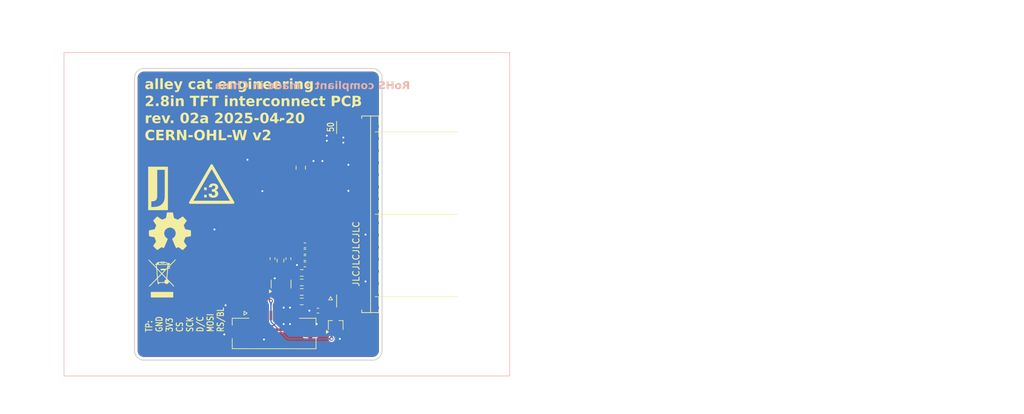
<source format=kicad_pcb>
(kicad_pcb (version 20241229) (generator "pcbnew") (generator_version "9.0")
  (title_block (date "2025-04-20") (rev "2"))
  (layers (0 "F.Cu" signal) (2 "B.Cu" signal) (13 "F.Paste" user) (15 "B.Paste" user) (5 "F.SilkS" user "F.Silkscreen") (7 "B.SilkS" user "B.Silkscreen") (1 "F.Mask" user) (3 "B.Mask" user) (25 "Edge.Cuts" user))
  (net 0 "")
  (net 1 "/RESET")
  (net 2 "/D{slash}C")
  (net 3 "GND")
  (net 4 "+3.3V")
  (net 5 "/SPI_MOSI")
  (net 6 "/SPI_SCK")
  (net 7 "/SPI_CS")
  (net 8 "/TE")
  (net 9 "/IM2")
  (net 10 "/LEDA3")
  (net 11 "/LEDA4")
  (net 12 "/IM0")
  (net 13 "/YU")
  (net 14 "/SPI_MISO")
  (net 15 "/IM3")
  (net 16 "/YD")
  (net 17 "/LEDA2")
  (net 18 "/IM1")
  (net 19 "/XL")
  (net 20 "/LEDA1")
  (net 21 "/RD")
  (net 22 "/XR")
  (net 23 "/LEDK")
  (net 46 "Net-(JP101-A)")
  (net 47 "/RS{slash}BL")
  (footprint "Custom:Jushuo_AFC07-S50ECA-00" (layer "F.Cu") (at 110.2 100 90)
    (property "Reference" "J103" (hide yes))
    (property "Value" "AFC07-S50ECA-00" (hide yes))
  )
  (footprint "Custom:R_0402_1005Metric_bridged" (layer "F.Cu") (at 102.85 105.9)
    (property "Reference" "JP105" (hide yes))
    (property "Value" "SolderJumper_2_Bridged")
  )
  (footprint "Custom:TestPoint_Pad_D1.5mm" (layer "F.Cu") (at 112 81)
    (property "Reference" "TP106" (hide yes))
    (property "Value" "TestPoint_Small")
  )
  (footprint "Custom:TestPoint_Pad_D1.5mm" (layer "F.Cu") (at 112 83)
    (property "Reference" "TP110" (hide yes))
    (property "Value" "TestPoint_Small")
  )
  (footprint "Custom:R_0402_1005Metric_bridged" (layer "F.Cu") (at 100.25 107 90)
    (property "Reference" "JP101" (hide yes))
    (property "Value" "SolderJumper_2_Bridged")
  )
  (footprint "Custom:TestPoint_Pad_D1.5mm" (layer "F.Cu") (at 95.3 113)
    (property "Reference" "TP105" (hide yes))
    (property "Value" "TestPoint_Small")
  )
  (footprint "Custom:TestPoint_Pad_D1.5mm" (layer "F.Cu") (at 91.3 113)
    (property "Reference" "TP102" (hide yes))
    (property "Value" "TestPoint_Small")
  )
  (footprint "Resistor_SMD:R_0402_1005Metric" (layer "F.Cu") (at 104.9 115.2)
    (property "Reference" "JP102" (hide yes))
    (property "Value" "SolderJumper_2_Open")
  )
  (footprint "Custom:TestPoint_Pad_D1.5mm" (layer "F.Cu") (at 105.5 98.5)
    (property "Reference" "TP104" (hide yes))
    (property "Value" "TestPoint_Small")
  )
  (footprint "Custom:TestPoint_Pad_D1.5mm" (layer "F.Cu") (at 96.3 111)
    (property "Reference" "TP103" (hide yes))
    (property "Value" "TestPoint_Small")
  )
  (footprint "Resistor_SMD:R_0603_1608Metric" (layer "F.Cu") (at 102.35 113.75 180)
    (property "Reference" "R105" (hide yes))
    (property "Value" "10")
  )
  (footprint "Capacitor_SMD:C_0805_2012Metric" (layer "F.Cu") (at 102.2 92.649999 90)
    (property "Reference" "C101" (hide yes))
    (property "Value" "10u")
  )
  (footprint "Custom:R_0402_1005Metric_bridged" (layer "F.Cu") (at 102.85 104.9)
    (property "Reference" "JP106" (hide yes))
    (property "Value" "SolderJumper_2_Bridged")
  )
  (footprint "Custom:TestPoint_Pad_D1.5mm" (layer "F.Cu") (at 97.9 89.5)
    (property "Reference" "TP111" (hide yes))
    (property "Value" "TestPoint_Small")
  )
  (footprint "Resistor_SMD:R_0603_1608Metric" (layer "F.Cu") (at 102.35 112.25 180)
    (property "Reference" "R103" (hide yes))
    (property "Value" "10")
  )
  (footprint "Custom:TestPoint_Pad_D1.5mm" (layer "F.Cu") (at 92.3 111)
    (property "Reference" "TP109" (hide yes))
    (property "Value" "TestPoint_Small")
  )
  (footprint "Custom:R_0402_1005Metric_bridged" (layer "F.Cu") (at 102.85 106.9)
    (property "Reference" "JP104" (hide yes))
    (property "Value" "SolderJumper_2_Bridged")
  )
  (footprint "Custom:XYECONN_FPC09-Q1.0-8AH2.0" (layer "F.Cu") (at 98 118.7)
    (property "Reference" "J102" (hide yes))
    (property "Value" "FPC09-Q1.0-8AH2.0")
  )
  (footprint "Custom:TestPoint_Pad_D1.5mm" (layer "F.Cu") (at 97.9 87.5)
    (property "Reference" "TP113" (hide yes))
    (property "Value" "TestPoint_Small")
  )
  (footprint "Custom:TestPoint_Pad_D1.5mm" (layer "F.Cu") (at 94.3 111)
    (property "Reference" "TP107" (hide yes))
    (property "Value" "TestPoint_Small")
  )
  (footprint "Package_TO_SOT_SMD:SOT-23" (layer "F.Cu") (at 99.1 111 90)
    (property "Reference" "U101" (hide yes))
    (property "Value" "APX803-31SAG")
  )
  (footprint "Resistor_SMD:R_0603_1608Metric" (layer "F.Cu") (at 102.35 110.75 180)
    (property "Reference" "R102" (hide yes))
    (property "Value" "10")
  )
  (footprint "Custom:TestPoint_Pad_D1.5mm" (layer "F.Cu") (at 89.3 112.95)
    (property "Reference" "TP101" (hide yes))
    (property "Value" "TestPoint_Small")
  )
  (footprint "Custom:TestPoint_Pad_D1.5mm" (layer "F.Cu") (at 93.3 113)
    (property "Reference" "TP108" (hide yes))
    (property "Value" "TestPoint_Small")
  )
  (footprint "Custom:TestPoint_Pad_D1.5mm" (layer "F.Cu") (at 100 87.5)
    (property "Reference" "TP114" (hide yes))
    (property "Value" "TestPoint_Small")
  )
  (footprint "Resistor_SMD:R_0603_1608Metric" (layer "F.Cu") (at 99 107.3 90)
    (property "Reference" "R104" (hide yes))
    (property "Value" "10k")
  )
  (footprint "Custom:R_0402_1005Metric_bridged" (layer "F.Cu") (at 102.85 107.9)
    (property "Reference" "JP103" (hide yes))
    (property "Value" "SolderJumper_2_Bridged")
  )
  (footprint "Resistor_SMD:R_0402_1005Metric" (layer "F.Cu") (at 97.75 107 90)
    (property "Reference" "JP107" (hide yes))
    (property "Value" "SolderJumper_2_Open")
  )
  (footprint "Resistor_SMD:R_0603_1608Metric" (layer "F.Cu") (at 102.35 109.25 180)
    (property "Reference" "R101" (hide yes))
    (property "Value" "10")
  )
  (footprint "Package_TO_SOT_SMD:SOT-323_SC-70" (layer "F.Cu") (at 107.7 117.5 90)
    (property "Reference" "Q101" (hide yes))
    (property "Value" "CJ3134KW")
  )
  (footprint "Symbol:WEEE-Logo_4.2x6mm_SilkScreen" (layer "F.Cu") (at 80.35 110.1)
    (property "Reference" "REF**" (hide yes))
    (property "Value" "WEEE-Logo_4.2x6mm_SilkScreen" (hide yes))
  )
  (footprint "Custom:TestPoint_Pad_D1.5mm" (layer "F.Cu") (at 100 89.5)
    (property "Reference" "TP112" (hide yes))
    (property "Value" "TestPoint_Small")
  )
  (footprint "Symbol:OSHW-Symbol_6.7x6mm_SilkScreen" (layer "F.Cu") (at 81.581881 102.688037)
    (property "Reference" "REF**" (hide yes))
    (property "Value" "OSHW-Symbol_6.7x6mm_SilkScreen" (hide yes))
  )
  (footprint "Custom:TFT_2.8in_ILI9341" (layer "B.Cu") (at 99.9 100 -90)
    (property "Reference" "N101" (hide yes))
    (property "Value" "Display")
  )
  (gr_poly (pts (xy 88.485502 95.135185) (xy 88.525581 95.137169) (xy 88.564633 95.14048) (xy 88.60266 95.145124) (xy 88.639661 95.151106) (xy 88.675636 95.158429) (xy 88.710585 95.167098) (xy 88.744509 95.177119) (xy 88.777407 95.188494) (xy 88.809279 95.20123) (xy 88.840125 95.215331) (xy 88.869946 95.2308) (xy 88.898741 95.247644) (xy 88.92651 95.265866) (xy 88.953253 95.28547) (xy 88.97897 95.306463) (xy 89.00337 95.327894) (xy 89.026162 95.349985) (xy 89.047351 95.372735) (xy 89.066942 95.396144) (xy 89.08494 95.420213) (xy 89.101348 95.444942) (xy 89.116172 95.470329) (xy 89.129416 95.496377) (xy 89.141085 95.523083) (xy 89.151183 95.550449) (xy 89.159715 95.578475) (xy 89.166686 95.607159) (xy 89.172099 95.636504) (xy 89.17596 95.666507) (xy 89.178273 95.69717) (xy 89.179044 95.728493) (xy 89.178641 95.751098) (xy 89.177432 95.7732) (xy 89.175417 95.794806) (xy 89.172596 95.815928) (xy 89.168969 95.836573) (xy 89.164536 95.856751) (xy 89.159298 95.876471) (xy 89.153253 95.895742) (xy 89.146402 95.914574) (xy 89.138746 95.932975) (xy 89.130283 95.950955) (xy 89.121014 95.968523) (xy 89.11094 95.985688) (xy 89.10006 96.002459) (xy 89.088373 96.018845) (xy 89.075881 96.034856) (xy 89.062547 96.049876) (xy 89.048338 96.064457) (xy 89.033259 96.078598) (xy 89.017314 96.092299) (xy 89.000509 96.105561) (xy 88.982847 96.118383) (xy 88.964334 96.130765) (xy 88.944973 96.142708) (xy 88.92477 96.154211) (xy 88.903729 96.165275) (xy 88.881854 96.175899) (xy 88.859151 96.186083) (xy 88.835623 96.195828) (xy 88.811275 96.205133) (xy 88.786113 96.213999) (xy 88.76014 96.222425) (xy 88.78615 96.230888) (xy 88.811422 96.239869) (xy 88.835953 96.249372) (xy 88.859737 96.259402) (xy 88.88277 96.269962) (xy 88.905048 96.281059) (xy 88.926565 96.292695) (xy 88.947318 96.304877) (xy 88.967301 96.317608) (xy 88.986511 96.330894) (xy 89.004942 96.344738) (xy 89.02259 96.359145) (xy 89.03945 96.37412) (xy 89.055518 96.389668) (xy 89.070789 96.405792) (xy 89.085259 96.422499) (xy 89.098887 96.439717) (xy 89.111636 96.457375) (xy 89.123506 96.475472) (xy 89.134496 96.494009) (xy 89.144607 96.512986) (xy 89.153839 96.532402) (xy 89.162192 96.552258) (xy 89.169665 96.572554) (xy 89.17626 96.593289) (xy 89.181975 96.614464) (xy 89.18681 96.636078) (xy 89.190767 96.658132) (xy 89.193844 96.680626) (xy 89.196042 96.703559) (xy 89.197361 96.726932) (xy 89.197801 96.750744) (xy 89.196921 96.784961) (xy 89.194278 96.818445) (xy 89.189867 96.851197) (xy 89.183684 96.883215) (xy 89.175725 96.914501) (xy 89.165984 96.945054) (xy 89.154457 96.974875) (xy 89.141139 97.003963) (xy 89.126027 97.032318) (xy 89.109115 97.05994) (xy 89.090398 97.08683) (xy 89.069873 97.112987) (xy 89.047534 97.138412) (xy 89.023378 97.163103) (xy 88.997398 97.187062) (xy 88.969592 97.210288) (xy 88.940981 97.232417) (xy 88.911422 97.253084) (xy 88.88092 97.272295) (xy 88.849479 97.290054) (xy 88.817104 97.306367) (xy 88.783799 97.321236) (xy 88.74957 97.334668) (xy 88.71442 97.346667) (xy 88.678354 97.357237) (xy 88.641376 97.366382) (xy 88.603492 97.374108) (xy 88.564706 97.38042) (xy 88.525023 97.38532) (xy 88.484446 97.388815) (xy 88.442981 97.390908) (xy 88.400632 97.391605) (xy 88.35843 97.390982) (xy 88.317405 97.389114) (xy 88.277561 97.386) (xy 88.238903 97.381641) (xy 88.201436 97.376036) (xy 88.165164 97.369185) (xy 88.130091 97.361089) (xy 88.096223 97.351747) (xy 88.063564 97.341159) (xy 88.032119 97.329326) (xy 88.001892 97.316248) (xy 87.972887 97.301924) (xy 87.94511 97.286354) (xy 87.918564 97.269539) (xy 87.893255 97.251478) (xy 87.869187 97.232171) (xy 87.846473 97.211656) (xy 87.825225 97.189968) (xy 87.805443 97.167108) (xy 87.787125 97.143076) (xy 87.770273 97.117872) (xy 87.754887 97.091495) (xy 87.740966 97.063946) (xy 87.72851 97.035224) (xy 87.71752 97.00533) (xy 87.707995 96.974264) (xy 87.699935 96.942026) (xy 87.693341 96.908615) (xy 87.688212 96.874032) (xy 87.684548 96.838277) (xy 87.68235 96.801349) (xy 87.681618 96.763249) (xy 87.681618 96.750744) (xy 88.156792 96.750744) (xy 88.157635 96.768073) (xy 88.15899 96.784888) (xy 88.160859 96.80119) (xy 88.16324 96.81698) (xy 88.166134 96.832256) (xy 88.169541 96.84702) (xy 88.173461 96.861271) (xy 88.177894 96.875009) (xy 88.18284 96.888234) (xy 88.188298 96.900946) (xy 88.19427 96.913146) (xy 88.200754 96.924832) (xy 88.207751 96.936006) (xy 88.215261 96.946666) (xy 88.223284 96.956814) (xy 88.23182 96.966449) (xy 88.241418 96.975534) (xy 88.251456 96.984033) (xy 88.261934 96.991946) (xy 88.272851 96.999273) (xy 88.284208 97.006014) (xy 88.296004 97.012169) (xy 88.30824 97.017737) (xy 88.320915 97.02272) (xy 88.334031 97.027116) (xy 88.347585 97.030926) (xy 88.36158 97.03415) (xy 88.376014 97.036787) (xy 88.390887 97.038839) (xy 88.406201 97.040304) (xy 88.421954 97.041184) (xy 88.438146 97.041477) (xy 88.453239 97.041148) (xy 88.468034 97.040164) (xy 88.482527 97.03853) (xy 88.496713 97.03625) (xy 88.510587 97.033329) (xy 88.524146 97.029772) (xy 88.537384 97.025583) (xy 88.550297 97.020766) (xy 88.56288 97.015326) (xy 88.575129 97.009269) (xy 88.587039 97.002597) (xy 88.598606 96.995317) (xy 88.609824 96.987432) (xy 88.62069 96.978947) (xy 88.631199 96.969867) (xy 88.641346 96.960197) (xy 88.650982 96.949463) (xy 88.659962 96.938362) (xy 88.668293 96.926896) (xy 88.675978 96.915063) (xy 88.683022 96.902863) (xy 88.689429 96.890298) (xy 88.695204 96.877366) (xy 88.700352 96.864067) (xy 88.704877 96.850403) (xy 88.708784 96.836372) (xy 88.712077 96.821974) (xy 88.714762 96.80721) (xy 88.716841 96.79208) (xy 88.718321 96.776584) (xy 88.719206 96.760721) (xy 88.7195 96.744492) (xy 88.719061 96.723757) (xy 88.717747 96.703755) (xy 88.715564 96.684485) (xy 88.712515 96.665948) (xy 88.708605 96.648143) (xy 88.703838 96.631072) (xy 88.69822 96.614733) (xy 88.691755 96.599126) (xy 88.684447 96.584253) (xy 88.676301 96.570112) (xy 88.667322 96.556703) (xy 88.657514 96.544028) (xy 88.646882 96.532085) (xy 88.635429 96.520875) (xy 88.623162 96.510397) (xy 88.610084 96.500653) (xy 88.595357 96.491017) (xy 88.579305 96.482036) (xy 88.561926 96.473706) (xy 88.543214 96.466021) (xy 88.523165 96.458977) (xy 88.501774 96.45257) (xy 88.479037 96.446794) (xy 88.454949 96.441646) (xy 88.429506 96.437121) (xy 88.402702 96.433214) (xy 88.374534 96.429921) (xy 88.344997 96.427237) (xy 88.314085 96.425157) (xy 88.281796 96.423677) (xy 88.248123 96.422792) (xy 88.213063 96.422499) (xy 88.181802 96.422499) (xy 88.181802 96.056739) (xy 88.255071 96.05542) (xy 88.289508 96.053772) (xy 88.322479 96.051464) (xy 88.353984 96.048496) (xy 88.384025 96.044869) (xy 88.4126 96.040583) (xy 88.439709 96.035637) (xy 88.465353 96.030032) (xy 88.489532 96.023768) (xy 88.512246 96.016844) (xy 88.533494 96.009261) (xy 88.553276 96.001018) (xy 88.571594 95.992116) (xy 88.588446 95.982554) (xy 88.603832 95.972333) (xy 88.618046 95.962039) (xy 88.631375 95.951091) (xy 88.637707 95.945373) (xy 88.643817 95.939492) (xy 88.649703 95.933451) (xy 88.655365 95.927248) (xy 88.660803 95.920885) (xy 88.666016 95.914363) (xy 88.671003 95.907681) (xy 88.675764 95.900841) (xy 88.680299 95.893843) (xy 88.684606 95.886687) (xy 88.688686 95.879374) (xy 88.692537 95.871906) (xy 88.696159 95.864281) (xy 88.699552 95.856502) (xy 88.702714 95.848567) (xy 88.705646 95.840479) (xy 88.710815 95.823843) (xy 88.715055 95.806598) (xy 88.71836 95.788749) (xy 88.720727 95.7703) (xy 88.722151 95.751255) (xy 88.722626 95.73162) (xy 88.722333 95.717183) (xy 88.721454 95.703173) (xy 88.719988 95.689575) (xy 88.717937 95.676375) (xy 88.715299 95.663559) (xy 88.712075 95.651115) (xy 88.708265 95.639028) (xy 88.703869 95.627284) (xy 88.698887 95.61587) (xy 88.693318 95.604772) (xy 88.687164 95.593977) (xy 88.680423 95.583469) (xy 88.673096 95.573237) (xy 88.665183 95.563266) (xy 88.656684 95.553541) (xy 88.647598 95.544051) (xy 88.638037 95.535516) (xy 88.628115 95.527498) (xy 88.617835 95.520002) (xy 88.607202 95.513033) (xy 88.596222 95.506595) (xy 88.584898 95.500693) (xy 88.573235 95.495332) (xy 88.561238 95.490515) (xy 88.548912 95.486248) (xy 88.53626 95.482535) (xy 88.523287 95.479381) (xy 88.509999 95.476789) (xy 88.496399 95.474766) (xy 88.482492 95.473315) (xy 88.468283 95.472441) (xy 88.453777 95.472149) (xy 88.439305 95.472441) (xy 88.425196 95.473315) (xy 88.411443 95.474766) (xy 88.398044 95.476789) (xy 88.384992 95.479381) (xy 88.372283 95.482535) (xy 88.359914 95.486248) (xy 88.347879 95.490515) (xy 88.336173 95.495332) (xy 88.324793 95.500693) (xy 88.313733 95.506595) (xy 88.302989 95.513033) (xy 88.292556 95.520002) (xy 88.282431 95.527498) (xy 88.272607 95.535516) (xy 88.263082 95.544051) (xy 88.254546 95.553613) (xy 88.246523 95.563546) (xy 88.239013 95.573855) (xy 88.232016 95.584544) (xy 88.225531 95.595617) (xy 88.21956 95.60708) (xy 88.214101 95.618937) (xy 88.209156 95.631192) (xy 88.204723 95.64385) (xy 88.200803 95.656915) (xy 88.197396 95.670393) (xy 88.194502 95.684288) (xy 88.19212 95.698603) (xy 88.190252 95.713345) (xy 88.188897 95.728517) (xy 88.188054 95.744124) (xy 87.709753 95.744124) (xy 87.711658 95.70888) (xy 87.715028 95.674653) (xy 87.719864 95.641433) (xy 87.726165 95.609211) (xy 87.733932 95.577979) (xy 87.743164 95.547726) (xy 87.753861 95.518444) (xy 87.766024 95.490124) (xy 87.779652 95.462757) (xy 87.794745 95.436333) (xy 87.811304 95.410843) (xy 87.829328 95.386278) (xy 87.848818 95.362628) (xy 87.869773 95.339886) (xy 87.892193 95.318041) (xy 87.916079 95.297085) (xy 87.940696 95.277228) (xy 87.966476 95.258685) (xy 87.99341 95.241453) (xy 88.021489 95.225525) (xy 88.050703 95.210898) (xy 88.081044 95.197567) (xy 88.112503 95.185527) (xy 88.145069 95.174774) (xy 88.178735 95.165303) (xy 88.213491 95.15711) (xy 88.249327 95.15019) (xy 88.286235 95.144538) (xy 88.324205 95.14015) (xy 88.363228 95.137022) (xy 88.403296 95.135148) (xy 88.444398 95.134525)) (stroke (width -0.000001)) (fill yes) (layer "F.SilkS"))
  (gr_poly (pts (xy 87.375776 97.344713) (xy 86.981881 97.344713) (xy 86.981881 96.925809) (xy 87.375776 96.925809)) (stroke (width -0.000001)) (fill yes) (layer "F.SilkS"))
  (gr_poly (pts (xy 87.375776 96.188037) (xy 86.981881 96.188037) (xy 86.981881 95.766007) (xy 87.375776 95.766007)) (stroke (width -0.000001)) (fill yes) (layer "F.SilkS"))
  (gr_poly (pts (xy 88.169237 92.097945) (xy 88.175567 92.098257) (xy 88.181861 92.098774) (xy 88.188114 92.099495) (xy 88.194321 92.100417) (xy 88.200479 92.101538) (xy 88.206582 92.102855) (xy 88.212627 92.104367) (xy 88.218609 92.106071) (xy 88.224523 92.107965) (xy 88.230366 92.110048) (xy 88.236133 92.112316) (xy 88.241819 92.114767) (xy 88.247421 92.1174) (xy 88.252933 92.120212) (xy 88.258352 92.123201) (xy 88.263673 92.126365) (xy 88.268892 92.129702) (xy 88.274004 92.133209) (xy 88.279005 92.136884) (xy 88.28389 92.140726) (xy 88.288656 92.144731) (xy 88.293298 92.148898) (xy 88.297811 92.153225) (xy 88.302192 92.157709) (xy 88.306435 92.162348) (xy 88.310536 92.16714) (xy 88.314492 92.172083) (xy 88.318297 92.177174) (xy 88.321948 92.182412) (xy 88.325439 92.187794) (xy 88.328767 92.193318) (xy 91.715857 98.060457) (xy 91.721941 98.071583) (xy 91.727214 98.083005) (xy 91.731675 98.094681) (xy 91.735326 98.106573) (xy 91.738165 98.11864) (xy 91.740193 98.130842) (xy 91.74141 98.143137) (xy 91.741815 98.155487) (xy 91.74141 98.167851) (xy 91.740193 98.180189) (xy 91.738165 98.19246) (xy 91.735326 98.204625) (xy 91.731675 98.216643) (xy 91.727214 98.228474) (xy 91.721941 98.240077) (xy 91.715857 98.251413) (xy 91.709038 98.262122) (xy 91.701582 98.272306) (xy 91.693525 98.28194) (xy 91.684902 98.291003) (xy 91.675747 98.299471) (xy 91.666095 98.307323) (xy 91.655982 98.314534) (xy 91.645443 98.321083) (xy 91.634511 98.326946) (xy 91.623224 98.332101) (xy 91.611614 98.336526) (xy 91.599718 98.340197) (xy 91.58757 98.343092) (xy 91.575205 98.345188) (xy 91.562658 98.346462) (xy 91.549964 98.346892) (xy 84.775783 98.346892) (xy 84.76942 98.346787) (xy 84.763089 98.346475) (xy 84.756795 98.345957) (xy 84.750542 98.345237) (xy 84.744335 98.344315) (xy 84.738178 98.343194) (xy 84.732074 98.341877) (xy 84.726029 98.340365) (xy 84.720048 98.338661) (xy 84.714133 98.336766) (xy 84.70829 98.334684) (xy 84.702524 98.332416) (xy 84.696837 98.329964) (xy 84.691236 98.327331) (xy 84.685723 98.324519) (xy 84.680304 98.32153) (xy 84.674983 98.318366) (xy 84.669765 98.315029) (xy 84.664653 98.311522) (xy 84.659652 98.307847) (xy 84.654766 98.304005) (xy 84.65 98.3) (xy 84.645358 98.295833) (xy 84.640845 98.291506) (xy 84.636465 98.287022) (xy 84.632221 98.282383) (xy 84.62812 98.277591) (xy 84.624164 98.272648) (xy 84.620359 98.267557) (xy 84.616709 98.262319) (xy 84.613217 98.256937) (xy 84.609889 98.251413) (xy 84.603805 98.240287) (xy 84.598532 98.228865) (xy 84.594071 98.217188) (xy 84.590421 98.205296) (xy 84.587581 98.19323) (xy 84.585553 98.181028) (xy 84.584337 98.168732) (xy 84.583931 98.156383) (xy 84.584337 98.144019) (xy 84.585553 98.131681) (xy 84.587581 98.11941) (xy 84.590421 98.107245) (xy 84.594071 98.095227) (xy 84.598532 98.083396) (xy 84.603805 98.071793) (xy 84.609889 98.060457) (xy 84.727369 97.856957) (xy 85.293084 97.856957) (xy 91.032651 97.856957) (xy 88.162874 92.885893) (xy 85.293084 97.856957) (xy 84.727369 97.856957) (xy 87.99698 92.193318) (xy 88.0038 92.182609) (xy 88.011255 92.172425) (xy 88.019312 92.162791) (xy 88.027936 92.153728) (xy 88.037091 92.14526) (xy 88.046743 92.137409) (xy 88.056856 92.130198) (xy 88.067395 92.123649) (xy 88.078327 92.117786) (xy 88.089615 92.11263) (xy 88.101224 92.108206) (xy 88.113121 92.104535) (xy 88.125269 92.10164) (xy 88.137634 92.099544) (xy 88.15018 92.09827) (xy 88.162874 92.09784)) (stroke (width -0.000001)) (fill yes) (layer "F.SilkS"))
  (gr_arc (start 115 121.5) (mid 114.56066 122.56066) (end 113.5 123) (stroke (width 0.15)) (layer "Edge.Cuts"))
  (gr_line (start 76 78.5) (end 76 121.5) (stroke (width 0.15)) (layer "Edge.Cuts"))
  (gr_arc (start 77.5 123) (mid 76.43934 122.56066) (end 76 121.5) (stroke (width 0.15)) (layer "Edge.Cuts"))
  (gr_line (start 113.5 123) (end 77.5 123) (stroke (width 0.15)) (layer "Edge.Cuts"))
  (gr_line (start 115 78.5) (end 115 121.5) (stroke (width 0.15)) (layer "Edge.Cuts"))
  (gr_arc (start 113.5 77) (mid 114.56066 77.43934) (end 115 78.5) (stroke (width 0.15)) (layer "Edge.Cuts"))
  (gr_line (start 77.5 77) (end 113.5 77) (stroke (width 0.15)) (layer "Edge.Cuts"))
  (gr_arc (start 76 78.5) (mid 76.43934 77.43934) (end 77.5 77) (stroke (width 0.15)) (layer "Edge.Cuts"))
  (gr_text "J" (at 80.179044 95.716121 0) (layer "F.SilkS" knockout) (effects (font (size 4.5 4.5) (thickness 0.4) (bold yes) (italic yes))))
  (gr_text "alley cat engineering\n2.8in TFT interconnect PCB\nrev. 02a 2025-04-20\nCERN-OHL-W v2" (at 77.6 78.65 0) (layer "F.SilkS") (effects (font (size 1.6 1.6) (thickness 0.3) (bold yes)) (justify left top)))
  (gr_text "50" (at 107.5 87.1 90) (layer "F.SilkS") (effects (font (size 1 0.8)) (justify left bottom)))
  (gr_text "TP:\nGND\n3V3\nCS\nSCK\nD/C\nMOSI\nRS/BL" (at 90.15 118.65 90) (layer "F.SilkS") (effects (font (size 1 0.8)) (justify left bottom)))
  (gr_text "JLCJLCJLCJLC" (at 111.5 111.5 90) (layer "F.SilkS") (effects (font (size 1 1)) (justify left bottom)))
  (gr_text "RoHS compliant • made in China" (at 88.65 80.45 0) (layer "B.SilkS") (effects (font (size 1.2 1.2) (thickness 0.2) (bold yes)) (justify right bottom mirror)))
  (segment (start 104.109379 104.309379) (end 106.04062 106.24062) (width 0.2) (layer "F.Cu") (net 1))
  (segment (start 106.626776 107.75) (end 107.8 107.75) (width 0.2) (layer "F.Cu") (net 1))
  (segment (start 100.224393 106.475) (end 99.010606 106.475) (width 0.2) (layer "F.Cu") (net 1))
  (segment (start 106.2 106.625395) (end 106.2 107.323223) (width 0.2) (layer "F.Cu") (net 1))
  (segment (start 103.724604 104.15) (end 101.875395 104.15) (width 0.2) (layer "F.Cu") (net 1))
  (segment (start 100.25 105.775395) (end 100.25 106.479393) (width 0.2) (layer "F.Cu") (net 1))
  (segment (start 98.974393 106.49) (end 97.75 106.49) (width 0.2) (layer "F.Cu") (net 1))
  (segment (start 101.49062 104.309378) (end 100.409379 105.39062) (width 0.2) (layer "F.Cu") (net 1))
  (arc (start 104.109379 104.309379) (mid 103.932842 104.191421) (end 103.724604 104.15) (width 0.2) (layer "F.Cu") (net 1))
  (arc (start 101.49062 104.309378) (mid 101.667156 104.19142) (end 101.875395 104.15) (width 0.2) (layer "F.Cu") (net 1))
  (arc (start 99.010606 106.475) (mid 99.000807 106.476949) (end 98.9925 106.4825) (width 0.2) (layer "F.Cu") (net 1))
  (arc (start 98.974393 106.49) (mid 98.984192 106.48805) (end 98.9925 106.4825) (width 0.2) (layer "F.Cu") (net 1))
  (arc (start 106.2 106.625395) (mid 106.158578 106.417156) (end 106.04062 106.24062) (width 0.2) (layer "F.Cu") (net 1))
  (arc (start 100.25 105.775395) (mid 100.291421 105.567156) (end 100.409379 105.39062) (width 0.2) (layer "F.Cu") (net 1))
  (arc (start 100.2425 106.4825) (mid 100.247287 106.483452) (end 100.25 106.479393) (width 0.2) (layer "F.Cu") (net 1))
  (arc (start 106.626776 107.75) (mid 106.463456 107.717513) (end 106.325 107.625) (width 0.2) (layer "F.Cu") (net 1))
  (arc (start 106.325 107.625) (mid 106.232486 107.486543) (end 106.2 107.323223) (width 0.2) (layer "F.Cu") (net 1))
  (arc (start 100.2425 106.4825) (mid 100.234192 106.476949) (end 100.224393 106.475) (width 0.2) (layer "F.Cu") (net 1))
  (segment (start 94.3 111) (end 94.3 113.462104) (width 0.2) (layer "F.Cu") (net 2))
  (segment (start 96.5 116.687867) (end 96.5 115.95) (width 0.2) (layer "F.Cu") (net 2))
  (segment (start 94.459379 105.49062) (end 105.04062 94.909379) (width 0.2) (layer "F.Cu") (net 2))
  (segment (start 95 114.612895) (end 95 116.649604) (width 0.2) (layer "F.Cu") (net 2))
  (segment (start 94.3 105.875395) (end 94.3 111) (width 0.2) (layer "F.Cu") (net 2))
  (segment (start 94.499659 110.92031) (end 94.4 110.92031) (width 0.2) (layer "F.Cu") (net 2))
  (segment (start 94.84062 114.22812) (end 94.459379 113.846879) (width 0.2) (layer "F.Cu") (net 2))
  (segment (start 94.3 111.02031) (end 94.3 110.82031) (width 0.2) (layer "F.Cu") (net 2))
  (segment (start 94.302312 105.806936) (end 94.304624 105.804624) (width 0.2) (layer "F.Cu") (net 2))
  (segment (start 95.16562 117.04062) (end 95.159379 117.034379) (width 0.2) (layer "F.Cu") (net 2))
  (segment (start 94.50024 110.92055) (end 94.500481 110.920791) (width 0.2) (layer "F.Cu") (net 2))
  (segment (start 95.987867 117.2) (end 95.550395 117.2) (width 0.2) (layer "F.Cu") (net 2))
  (segment (start 105.425395 94.75) (end 107.8 94.75) (width 0.2) (layer "F.Cu") (net 2))
  (arc (start 94.3 111.02031) (mid 94.329289 110.949599) (end 94.4 110.92031) (width 0.2) (layer "F.Cu") (net 2))
  (arc (start 94.459379 105.49062) (mid 94.341421 105.667156) (end 94.3 105.875395) (width 0.2) (layer "F.Cu") (net 2))
  (arc (start 94.84062 114.22812) (mid 94.958578 114.404656) (end 95 114.612895) (width 0.2) (layer "F.Cu") (net 2))
  (arc (start 94.302312 105.806936) (mid 94.3006 105.809496) (end 94.3 105.812517) (width 0.2) (layer "F.Cu") (net 2))
  (arc (start 96.5 116.687867) (mid 96.461016 116.883852) (end 96.35 117.05) (width 0.2) (layer "F.Cu") (net 2))
  (arc (start 95 116.649604) (mid 95.041421 116.857842) (end 95.159379 117.034379) (width 0.2) (layer "F.Cu") (net 2))
  (arc (start 105.425395 94.75) (mid 105.217156 94.791421) (end 105.04062 94.909379) (width 0.2) (layer "F.Cu") (net 2))
  (arc (start 95.16562 117.04062) (mid 95.342156 117.158578) (end 95.550395 117.2) (width 0.2) (layer "F.Cu") (net 2))
  (arc (start 94.499659 110.92031) (mid 94.499973 110.920372) (end 94.50024 110.92055) (width 0.2) (layer "F.Cu") (net 2))
  (arc (start 94.3 113.462104) (mid 94.341421 113.670342) (end 94.459379 113.846879) (width 0.2) (layer "F.Cu") (net 2))
  (arc (start 94.4 110.92031) (mid 94.329289 110.89102) (end 94.3 110.82031) (width 0.2) (layer "F.Cu") (net 2))
  (arc (start 96.35 117.05) (mid 96.183852 117.161016) (end 95.987867 117.2) (width 0.2) (layer "F.Cu") (net 2))
  (via (at 110.4 83) (size 0.6) (drill 0.3) (layers "F.Cu" "B.Cu") (net 3))
  (via (at 104.7 117.3) (size 0.6) (drill 0.3) (layers "F.Cu" "B.Cu") (net 3))
  (via (at 112.4 103.2) (size 0.6) (drill 0.3) (layers "F.Cu" "B.Cu") (net 3))
  (via (at 109.7 96.3) (size 0.6) (drill 0.3) (layers "F.Cu" "B.Cu") (net 3))
  (via (at 90.15 118.95) (size 0.6) (drill 0.3) (layers "F.Cu" "B.Cu") (net 3))
  (via (at 99 85.2) (size 0.6) (drill 0.3) (layers "F.Cu" "B.Cu") (net 3))
  (via (at 96.4 119.75) (size 0.6) (drill 0.3) (layers "F.Cu" "B.Cu") (net 3))
  (via (at 103.55 115.2) (size 0.6) (drill 0.3) (layers "F.Cu" "B.Cu") (net 3))
  (via (at 88.6 102.4) (size 0.6) (drill 0.3) (layers "F.Cu" "B.Cu") (net 3))
  (via (at 105.6 91.6) (size 0.6) (drill 0.3) (layers "F.Cu" "B.Cu") (net 3))
  (via (at 109.7 92.2) (size 0.6) (drill 0.3) (layers "F.Cu" "B.Cu") (net 3))
  (via (at 96.15 96.35) (size 0.6) (drill 0.3) (layers "F.Cu" "B.Cu") (net 3))
  (via (at 98.1 110.1) (size 0.6) (drill 0.3) (layers "F.Cu" "B.Cu") (net 3))
  (via (at 99.5 114.72031) (size 0.6) (drill 0.3) (layers "F.Cu" "B.Cu") (net 3))
  (via (at 90.35 114.35) (size 0.6) (drill 0.3) (layers "F.Cu" "B.Cu") (net 3))
  (via (at 100.5 114.72031) (size 0.6) (drill 0.3) (layers "F.Cu" "B.Cu") (net 3))
  (via (at 99.5 117.32031) (size 0.6) (drill 0.3) (layers "F.Cu" "B.Cu") (net 3))
  (via (at 108.35 119.65) (size 0.6) (drill 0.3) (layers "F.Cu" "B.Cu") (net 3))
  (via (at 101.6 108) (size 0.6) (drill 0.3) (layers "F.Cu" "B.Cu") (net 3))
  (via (at 106.3 87.6) (size 0.6) (drill 0.3) (layers "F.Cu" "B.Cu") (net 3))
  (via (at 108.9 88.7) (size 0.6) (drill 0.3) (layers "F.Cu" "B.Cu") (net 3))
  (via (at 93.8 91.4) (size 0.6) (drill 0.3) (layers "F.Cu" "B.Cu") (net 3))
  (via (at 104.2 91.6) (size 0.6) (drill 0.3) (layers "F.Cu" "B.Cu") (net 3))
  (via (at 100.5 117.32031) (size 0.6) (drill 0.3) (layers "F.Cu" "B.Cu") (net 3))
  (via (at 112.4 110.6) (size 0.6) (drill 0.3) (layers "F.Cu" "B.Cu") (net 3))
  (via (at 106.3 88.4) (size 0.6) (drill 0.3) (layers "F.Cu" "B.Cu") (net 3))
  (via (at 108.9 87.9) (size 0.6) (drill 0.3) (layers "F.Cu" "B.Cu") (net 3))
  (segment (start 101.525 110.75) (end 101.525 112.25) (width 0.4) (layer "F.Cu") (net 4))
  (segment (start 106.5 92.006066) (end 106.5 92.075) (width 0.3) (layer "F.Cu") (net 4))
  (segment (start 91.25 104.575395) (end 91.25 112.834954) (width 0.4) (layer "F.Cu") (net 4))
  (segment (start 101.525 110.75) (end 101.525 109.475395) (width 0.4) (layer "F.Cu") (net 4))
  (segment (start 106.675 92.25) (end 107.8 92.25) (width 0.3) (layer "F.Cu") (net 4))
  (segment (start 101.5 117.274604) (end 101.5 115.95) (width 0.4) (layer "F.Cu") (net 4))
  (segment (start 101.525 113.732322) (end 101.525 112.25) (width 0.4) (layer "F.Cu") (net 4))
  (segment (start 99.05 108.175) (end 99 108.125) (width 0.2) (layer "F.Cu") (net 4))
  (segment (start 103.525395 92.75) (end 106.3 92.75) (width 0.4) (layer "F.Cu") (net 4))
  (segment (start 91.3 112.960155) (end 91.3 113.039845) (width 0.4) (layer "F.Cu") (net 4))
  (segment (start 106.5 92.425) (end 106.5 92.55) (width 0.3) (layer "F.Cu") (net 4))
  (segment (start 102.34 106.9) (end 101.596672 106.9) (width 0.2) (layer "F.Cu") (net 4))
  (segment (start 99.1 110.062499) (end 99.1 108.29571) (width 0.2) (layer "F.Cu") (net 4))
  (segment (start 106.734314 92.75) (end 106.3 92.75) (width 0.3) (layer "F.Cu") (net 4))
  (segment (start 91.3 114.924604) (end 91.3 113.039845) (width 0.4) (layer "F.Cu") (net 4))
  (segment (start 102.306249 93.599998) (end 102.268746 93.599998) (width 0.4) (layer "F.Cu") (net 4))
  (segment (start 102.538391 93.511608) (end 103.14062 92.909378) (width 0.4) (layer "F.Cu") (net 4))
  (segment (start 91.459379 115.309379) (end 94.19062 118.04062) (width 0.4) (layer "F.Cu") (net 4))
  (segment (start 102.34 106.9) (end 102.34 105.9) (width 0.2) (layer "F.Cu") (net 4))
  (segment (start 101.356263 106.999581) (end 101.256682 107.099162) (width 0.2) (layer "F.Cu") (net 4))
  (segment (start 106.5 92.425) (end 106.5 92.075) (width 0.3) (layer "F.Cu") (net 4))
  (segment (start 99.84062 113.59062) (end 99.259379 113.009379) (width 0.2) (layer "F.Cu") (net 4))
  (segment (start 102.100001 93.599998) (end 102.268746 93.599998) (width 0.4) (layer "F.Cu") (net 4))
  (segment (start 101.19062 107.159379) (end 101.159378 107.19062) (width 0.2) (layer "F.Cu") (net 4))
  (segment (start 94.575395 118.2) (end 100.574604 118.2) (width 0.4) (layer "F.Cu") (net 4))
  (segment (start 101.5125 113.7625) (end 101.525 113.75) (width 0.4) (layer "F.Cu") (net 4))
  (segment (start 101.5 115.95) (end 101.5 113.792677) (width 0.4) (layer "F.Cu") (net 4))
  (segment (start 101.507322 113.75) (end 100.225395 113.75) (width 0.2) (layer "F.Cu") (net 4))
  (segment (start 102.34 105.9) (end 102.34 104.9) (width 0.2) (layer "F.Cu") (net 4))
  (segment (start 91.3 112.955665) (end 91.3 112.960155) (width 0.4) (layer "F.Cu") (net 4))
  (segment (start 101 108.499604) (end 101 107.575396) (width 0.2) (layer "F.Cu") (net 4))
  (segment (start 106.734314 92.75) (end 107.8 92.75) (width 0.3) (layer "F.Cu") (net 4))
  (segment (start 101.929292 93.670707) (end 91.409379 104.19062) (width 0.4) (layer "F.Cu") (net 4))
  (segment (start 106.756066 91.75) (end 107.8 91.75) (width 0.3) (layer "F.Cu") (net 4))
  (segment (start 102.306249 93.599998) (end 102.325001 93.599998) (width 0.4) (layer "F.Cu") (net 4))
  (segment (start 99.1 110.062499) (end 99.1 112.624604) (width 0.2) (layer "F.Cu") (net 4))
  (segment (start 101.34062 117.659378) (end 100.959379 118.04062) (width 0.4) (layer "F.Cu") (net 4))
  (segment (start 101.159379 108.884379) (end 101.36562 109.09062) (width 0.2) (layer "F.Cu") (net 4))
  (arc (start 91.275 112.89531) (mid 91.293502 112.923001) (end 91.3 112.955665) (width 0.4) (layer "F.Cu") (net 4))
  (arc (start 101.356263 106.999581) (mid 101.466563 106.92588) (end 101.596672 106.9) (width 0.2) (layer "F.Cu") (net 4))
  (arc (start 103.525395 92.75) (mid 103.317156 92.79142) (end 103.14062 92.909378) (width 0.4) (layer "F.Cu") (net 4))
  (arc (start 100.959379 118.04062) (mid 100.782842 118.158578) (end 100.574604 118.2) (width 0.4) (layer "F.Cu") (net 4))
  (arc (start 106.5 92.425) (mid 106.551256 92.301256) (end 106.675 92.25) (width 0.3) (layer "F.Cu") (net 4))
  (arc (start 101.256682 107.099162) (mid 101.22358 107.129402) (end 101.19062 107.159379) (width 0.2) (layer "F.Cu") (net 4))
  (arc (start 101.159379 108.884379) (mid 101.041421 108.707842) (end 101 108.499604) (width 0.2) (layer "F.Cu") (net 4))
  (arc (start 101.5125 113.7625) (mid 101.503248 113.776345) (end 101.5 113.792677) (width 0.4) (layer "F.Cu") (net 4))
  (arc (start 99.259379 113.009379) (mid 99.141421 112.832842) (end 99.1 112.624604) (width 0.2) (layer "F.Cu") (net 4))
  (arc (start 91.25 104.575395) (mid 91.291421 104.367156) (end 91.409379 104.19062) (width 0.4) (layer "F.Cu") (net 4))
  (arc (start 101.5 117.274604) (mid 101.458578 117.482842) (end 101.34062 117.659378) (width 0.4) (layer "F.Cu") (net 4))
  (arc (start 106.675 92.25) (mid 106.551256 92.198743) (end 106.5 92.075) (width 0.3) (layer "F.Cu") (net 4))
  (arc (start 91.25 112.834954) (mid 91.256497 112.867618) (end 91.275 112.89531) (width 0.4) (layer "F.Cu") (net 4))
  (arc (start 101.507322 113.75) (mid 101.519822 113.744822) (end 101.525 113.732322) (width 0.2) (layer "F.Cu") (net 4))
  (arc (start 102.538391 93.511608) (mid 102.440486 93.577026) (end 102.325001 93.599998) (width 0.4) (layer "F.Cu") (net 4))
  (arc (start 91.3 114.924604) (mid 91.341421 115.132842) (end 91.459379 115.309379) (width 0.4) (layer "F.Cu") (net 4))
  (arc (start 106.5 92.006066) (mid 106.519491 91.908073) (end 106.575 91.825) (width 0.3) (layer "F.Cu") (net 4))
  (arc (start 101.507322 113.75) (mid 101.514087 113.75452) (end 101.5125 113.7625) (width 0.4) (layer "F.Cu") (net 4))
  (arc (start 101.525 113.732322) (mid 101.521751 113.748654) (end 101.5125 113.7625) (width 0.4) (layer "F.Cu") (net 4))
  (arc (start 106.5 92.55) (mid 106.568628 92.691421) (end 106.734314 92.75) (width 0.3) (layer "F.Cu") (net 4))
  (arc (start 94.19062 118.04062) (mid 94.367156 118.158578) (end 94.575395 118.2) (width 0.4) (layer "F.Cu") (net 4))
  (arc (start 99.84062 113.59062) (mid 100.017156 113.708578) (end 100.225395 113.75) (width 0.2) (layer "F.Cu") (net 4))
  (arc (start 106.756066 91.75) (mid 106.658073 91.769491) (end 106.575 91.825) (width 0.3) (layer "F.Cu") (net 4))
  (arc (start 99.05 108.175) (mid 99.087005 108.230382) (end 99.1 108.29571) (width 0.2) (layer "F.Cu") (net 4))
  (arc (start 101 107.575396) (mid 101.04142 107.367156) (end 101.159378 107.19062) (width 0.2) (layer "F.Cu") (net 4))
  (arc (start 102.100001 93.599998) (mid 102.007613 93.618374) (end 101.929292 93.670707) (width 0.4) (layer "F.Cu") (net 4))
  (arc (start 106.5 92.55) (mid 106.441421 92.691421) (end 106.3 92.75) (width 0.3) (layer "F.Cu") (net 4))
  (arc (start 101.36562 109.09062) (mid 101.483578 109.267156) (end 101.525 109.475395) (width 0.2) (layer "F.Cu") (net 4))
  (segment (start 95.3 112.858578) (end 95.3 106.125395) (width 0.2) (layer "F.Cu") (net 5))
  (segment (start 105.29062 95.909379) (end 95.459379 105.74062) (width 0.2) (layer "F.Cu") (net 5))
  (segment (start 105.675395 95.75) (end 107.8 95.75) (width 0.2) (layer "F.Cu") (net 5))
  (segment (start 95.5 113.341421) (end 95.5 115.95) (width 0.2) (layer "F.Cu") (net 5))
  (arc (start 95.3 112.858578) (mid 95.325989 112.989234) (end 95.4 113.1) (width 0.2) (layer "F.Cu") (net 5))
  (arc (start 95.3 106.125395) (mid 95.341421 105.917156) (end 95.459379 105.74062) (width 0.2) (layer "F.Cu") (net 5))
  (arc (start 95.4 113.1) (mid 95.47401 113.210764) (end 95.5 113.341421) (width 0.2) (layer "F.Cu") (net 5))
  (arc (start 105.29062 95.909379) (mid 105.467156 95.791421) (end 105.675395 95.75) (width 0.2) (layer "F.Cu") (net 5))
  (segment (start 93.3 113) (end 93.3 113.774604) (width 0.2) (layer "F.Cu") (net 6))
  (segment (start 94.5 114.862132) (end 94.5 115.95) (width 0.2) (layer "F.Cu") (net 6))
  (segment (start 93.49062 114.19062) (end 93.459379 114.159379) (width 0.2) (layer "F.Cu") (net 6))
  (segment (start 93.3 113) (end 93.3 105.725395) (width 0.2) (layer "F.Cu") (net 6))
  (segment (start 104.775395 94.25) (end 107.8 94.25) (width 0.2) (layer "F.Cu") (net 6))
  (segment (start 104.39062 94.409379) (end 93.459379 105.34062) (width 0.2) (layer "F.Cu") (net 6))
  (segment (start 93.987867 114.35) (end 93.875395 114.35) (width 0.2) (layer "F.Cu") (net 6))
  (arc (start 93.3 113.774604) (mid 93.341421 113.982842) (end 93.459379 114.159379) (width 0.2) (layer "F.Cu") (net 6))
  (arc (start 104.775395 94.25) (mid 104.567156 94.291421) (end 104.39062 94.409379) (width 0.2) (layer "F.Cu") (net 6))
  (arc (start 94.35 114.5) (mid 94.461016 114.666147) (end 94.5 114.862132) (width 0.2) (layer "F.Cu") (net 6))
  (arc (start 93.49062 114.19062) (mid 93.667156 114.308578) (end 93.875395 114.35) (width 0.2) (layer "F.Cu") (net 6))
  (arc (start 94.35 114.5) (mid 94.183852 114.388983) (end 93.987867 114.35) (width 0.2) (layer "F.Cu") (net 6))
  (arc (start 93.3 105.725395) (mid 93.341421 105.517156) (end 93.459379 105.34062) (width 0.2) (layer "F.Cu") (net 6))
  (segment (start 98.34062 117.109378) (end 98.008379 117.44162) (width 0.2) (layer "F.Cu") (net 7))
  (segment (start 92.3 111) (end 92.3 115.074604) (width 0.2) (layer "F.Cu") (net 7))
  (segment (start 104.075395 93.75) (end 107.8 93.75) (width 0.2) (layer "F.Cu") (net 7))
  (segment (start 92.3 105.525395) (end 92.3 111) (width 0.2) (layer "F.Cu") (net 7))
  (segment (start 103.69062 93.909379) (end 92.459379 105.14062) (width 0.2) (layer "F.Cu") (net 7))
  (segment (start 94.44162 117.44162) (end 92.459379 115.459379) (width 0.2) (layer "F.Cu") (net 7))
  (segment (start 98.5 116.724604) (end 98.5 115.95) (width 0.2) (layer "F.Cu") (net 7))
  (segment (start 94.826395 117.601) (end 97.623604 117.601) (width 0.2) (layer "F.Cu") (net 7))
  (arc (start 98.008379 117.44162) (mid 97.831842 117.559578) (end 97.623604 117.601) (width 0.2) (layer "F.Cu") (net 7))
  (arc (start 103.69062 93.909379) (mid 103.867156 93.791421) (end 104.075395 93.75) (width 0.2) (layer "F.Cu") (net 7))
  (arc (start 92.3 105.525395) (mid 92.341421 105.317156) (end 92.459379 105.14062) (width 0.2) (layer "F.Cu") (net 7))
  (arc (start 98.5 116.724604) (mid 98.458578 116.932842) (end 98.34062 117.109378) (width 0.2) (layer "F.Cu") (net 7))
  (arc (start 92.3 115.074604) (mid 92.341421 115.282842) (end 92.459379 115.459379) (width 0.2) (layer "F.Cu") (net 7))
  (arc (start 94.44162 117.44162) (mid 94.618156 117.559578) (end 94.826395 117.601) (width 0.2) (layer "F.Cu") (net 7))
  (segment (start 112.7 83.925395) (end 112.7 90.474604) (width 0.2) (layer "F.Cu") (net 8))
  (segment (start 112.54062 83.54062) (end 112 83) (width 0.2) (layer "F.Cu") (net 8))
  (segment (start 109.924604 93.25) (end 107.8 93.25) (width 0.2) (layer "F.Cu") (net 8))
  (segment (start 110.309378 93.09062) (end 112.54062 90.859379) (width 0.2) (layer "F.Cu") (net 8))
  (arc (start 109.924604 93.25) (mid 110.132842 93.208578) (end 110.309378 93.09062) (width 0.2) (layer "F.Cu") (net 8))
  (arc (start 112.7 83.925395) (mid 112.658578 83.717156) (end 112.54062 83.54062) (width 0.2) (layer "F.Cu") (net 8))
  (arc (start 112.7 90.474604) (mid 112.658578 90.682842) (end 112.54062 90.859379) (width 0.2) (layer "F.Cu") (net 8))
  (segment (start 104.043331 106.099164) (end 103.9589 106.014733) (width 0.2) (layer "F.Cu") (net 9))
  (segment (start 105.89062 108.59062) (end 105.359379 108.059379) (width 0.2) (layer "F.Cu") (net 9))
  (segment (start 103.41173 105.930303) (end 103.755067 105.930303) (width 0.2) (layer "F.Cu") (net 9))
  (segment (start 103.375151 105.915151) (end 103.36 105.9) (width 0.2) (layer "F.Cu") (net 9))
  (segment (start 104.109379 106.159379) (end 105.04062 107.09062) (width 0.2) (layer "F.Cu") (net 9))
  (segment (start 106.275395 108.75) (end 107.8 108.75) (width 0.2) (layer "F.Cu") (net 9))
  (segment (start 105.2 107.674604) (end 105.2 107.475395) (width 0.2) (layer "F.Cu") (net 9))
  (arc (start 105.89062 108.59062) (mid 106.067156 108.708578) (end 106.275395 108.75) (width 0.2) (layer "F.Cu") (net 9))
  (arc (start 105.2 107.674604) (mid 105.241421 107.882842) (end 105.359379 108.059379) (width 0.2) (layer "F.Cu") (net 9))
  (arc (start 104.043331 106.099164) (mid 104.076435 106.129392) (end 104.109379 106.159379) (width 0.2) (layer "F.Cu") (net 9))
  (arc (start 103.9589 106.014733) (mid 103.86538 105.952245) (end 103.755067 105.930303) (width 0.2) (layer "F.Cu") (net 9))
  (arc (start 105.2 107.475395) (mid 105.158578 107.267156) (end 105.04062 107.09062) (width 0.2) (layer "F.Cu") (net 9))
  (arc (start 103.375151 105.915151) (mid 103.391933 105.926365) (end 103.41173 105.930303) (width 0.2) (layer "F.Cu") (net 9))
  (segment (start 103.175 110.75) (end 107.8 110.75) (width 0.2) (layer "F.Cu") (net 10))
  (segment (start 105.533973 110.25) (end 107.8 110.25) (width 0.2) (layer "F.Cu") (net 11))
  (segment (start 104.467957 109.409379) (end 105.149198 110.09062) (width 0.2) (layer "F.Cu") (net 11))
  (segment (start 104.083182 109.25) (end 103.175 109.25) (width 0.2) (layer "F.Cu") (net 11))
  (arc (start 105.533973 110.25) (mid 105.325734 110.208578) (end 105.149198 110.09062) (width 0.2) (layer "F.Cu") (net 11))
  (arc (start 104.083182 109.25) (mid 104.29142 109.291421) (end 104.467957 109.409379) (width 0.2) (layer "F.Cu") (net 11))
  (segment (start 104.062321 108.159379) (end 105.493562 109.59062) (width 0.2) (layer "F.Cu") (net 12))
  (segment (start 105.878337 109.75) (end 107.8 109.75) (width 0.2) (layer "F.Cu") (net 12))
  (segment (start 103.656289 107.9) (end 103.36 107.9) (width 0.2) (layer "F.Cu") (net 12))
  (segment (start 103.996275 108.099159) (end 103.896695 107.999579) (width 0.2) (layer "F.Cu") (net 12))
  (arc (start 103.996275 108.099159) (mid 104.029378 108.129389) (end 104.062321 108.159379) (width 0.2) (layer "F.Cu") (net 12))
  (arc (start 105.493562 109.59062) (mid 105.670098 109.708578) (end 105.878337 109.75) (width 0.2) (layer "F.Cu") (net 12))
  (arc (start 103.656289 107.9) (mid 103.786395 107.925879) (end 103.896695 107.999579) (width 0.2) (layer "F.Cu") (net 12))
  (segment (start 100.135355 87.535355) (end 101.69062 89.09062) (width 0.2) (layer "F.Cu") (net 13))
  (segment (start 102.075395 89.25) (end 107.8 89.25) (width 0.2) (layer "F.Cu") (net 13))
  (segment (start 100.05 87.5) (end 100 87.5) (width 0.2) (layer "F.Cu") (net 13))
  (arc (start 102.075395 89.25) (mid 101.867156 89.208578) (end 101.69062 89.09062) (width 0.2) (layer "F.Cu") (net 13))
  (arc (start 100.135355 87.535355) (mid 100.096193 87.509188) (end 100.05 87.5) (width 0.2) (layer "F.Cu") (net 13))
  (segment (start 106.475395 96.25) (end 107.8 96.25) (width 0.2) (layer "F.Cu") (net 14))
  (segment (start 106.09062 96.409379) (end 105.659378 96.84062) (width 0.2) (layer "F.Cu") (net 14))
  (segment (start 105.5 97.225395) (end 105.5 98.5) (width 0.2) (layer "F.Cu") (net 14))
  (arc (start 105.659378 96.84062) (mid 105.54142 97.017156) (end 105.5 97.225395) (width 0.2) (layer "F.Cu") (net 14))
  (arc (start 106.09062 96.409379) (mid 106.267156 96.291421) (end 106.475395 96.25) (width 0.2) (layer "F.Cu") (net 14))
  (segment (start 106.475395 108.25) (end 107.8 108.25) (width 0.2) (layer "F.Cu") (net 15))
  (segment (start 103.703336 104.9) (end 103.36 104.9) (width 0.2) (layer "F.Cu") (net 15))
  (segment (start 105.859379 107.859379) (end 106.09062 108.09062) (width 0.2) (layer "F.Cu") (net 15))
  (segment (start 105.54062 106.59062) (end 104.140978 105.190978) (width 0.2) (layer "F.Cu") (net 15))
  (segment (start 103.943749 104.999582) (end 104.011731 105.067564) (width 0.2) (layer "F.Cu") (net 15))
  (segment (start 105.7 107.474604) (end 105.7 106.975395) (width 0.2) (layer "F.Cu") (net 15))
  (arc (start 104.076355 105.129271) (mid 104.109022 105.159751) (end 104.140978 105.190978) (width 0.2) (layer "F.Cu") (net 15))
  (arc (start 104.011731 105.067564) (mid 104.043687 105.09879) (end 104.076355 105.129271) (width 0.2) (layer "F.Cu") (net 15))
  (arc (start 105.54062 106.59062) (mid 105.658578 106.767156) (end 105.7 106.975395) (width 0.2) (layer "F.Cu") (net 15))
  (arc (start 105.859379 107.859379) (mid 105.741421 107.682842) (end 105.7 107.474604) (width 0.2) (layer "F.Cu") (net 15))
  (arc (start 106.475395 108.25) (mid 106.267156 108.208578) (end 106.09062 108.09062) (width 0.2) (layer "F.Cu") (net 15))
  (arc (start 103.943749 104.999582) (mid 103.833446 104.92588) (end 103.703336 104.9) (width 0.2) (layer "F.Cu") (net 15))
  (segment (start 100.057843 89.5) (end 100 89.5) (width 0.2) (layer "F.Cu") (net 16))
  (segment (start 101.091081 90.25) (end 107.8 90.25) (width 0.2) (layer "F.Cu") (net 16))
  (segment (start 100.156587 89.540901) (end 100.706306 90.09062) (width 0.2) (layer "F.Cu") (net 16))
  (arc (start 100.706306 90.09062) (mid 100.882842 90.208578) (end 101.091081 90.25) (width 0.2) (layer "F.Cu") (net 16))
  (arc (start 100.156587 89.540901) (mid 100.111282 89.510629) (end 100.057843 89.5) (width 0.2) (layer "F.Cu") (net 16))
  (segment (start 105.19062 111.409379) (end 104.509378 112.09062) (width 0.2) (layer "F.Cu") (net 17))
  (segment (start 104.124604 112.25) (end 103.175 112.25) (width 0.2) (layer "F.Cu") (net 17))
  (segment (start 105.575395 111.25) (end 107.8 111.25) (width 0.2) (layer "F.Cu") (net 17))
  (arc (start 105.19062 111.409379) (mid 105.367156 111.291421) (end 105.575395 111.25) (width 0.2) (layer "F.Cu") (net 17))
  (arc (start 104.124604 112.25) (mid 104.332842 112.208578) (end 104.509378 112.09062) (width 0.2) (layer "F.Cu") (net 17))
  (segment (start 105.69062 109.09062) (end 104.814904 108.214904) (width 0.2) (layer "F.Cu") (net 18))
  (segment (start 104.018331 107.099164) (end 103.918749 106.999582) (width 0.2) (layer "F.Cu") (net 18))
  (segment (start 104.084379 107.159379) (end 104.585095 107.660095) (width 0.2) (layer "F.Cu") (net 18))
  (segment (start 106.075395 109.25) (end 107.8 109.25) (width 0.2) (layer "F.Cu") (net 18))
  (segment (start 103.678336 106.9) (end 103.36 106.9) (width 0.2) (layer "F.Cu") (net 18))
  (arc (start 104.585095 107.660095) (mid 104.670137 107.787369) (end 104.7 107.9375) (width 0.2) (layer "F.Cu") (net 18))
  (arc (start 103.678336 106.9) (mid 103.808446 106.92588) (end 103.918749 106.999582) (width 0.2) (layer "F.Cu") (net 18))
  (arc (start 105.69062 109.09062) (mid 105.867156 109.208578) (end 106.075395 109.25) (width 0.2) (layer "F.Cu") (net 18))
  (arc (start 104.084379 107.159379) (mid 104.051435 107.129392) (end 104.018331 107.099164) (width 0.2) (layer "F.Cu") (net 18))
  (arc (start 104.814904 108.214904) (mid 104.729862 108.08763) (end 104.7 107.9375) (width 0.2) (layer "F.Cu") (net 18))
  (segment (start 98.74062 88.34062) (end 97.9 87.5) (width 0.2) (layer "F.Cu") (net 19))
  (segment (start 99.125395 88.5) (end 100.308488 88.5) (width 0.2) (layer "F.Cu") (net 19))
  (segment (start 101.624504 89.59062) (end 100.693263 88.659379) (width 0.2) (layer "F.Cu") (net 19))
  (segment (start 102.009279 89.75) (end 107.8 89.75) (width 0.2) (layer "F.Cu") (net 19))
  (arc (start 102.009279 89.75) (mid 101.80104 89.708578) (end 101.624504 89.59062) (width 0.2) (layer "F.Cu") (net 19))
  (arc (start 98.74062 88.34062) (mid 98.917156 88.458578) (end 99.125395 88.5) (width 0.2) (layer "F.Cu") (net 19))
  (arc (start 100.308488 88.5) (mid 100.516726 88.541421) (end 100.693263 88.659379) (width 0.2) (layer "F.Cu") (net 19))
  (segment (start 105.875395 111.75) (end 107.8 111.75) (width 0.2) (layer "F.Cu") (net 20))
  (segment (start 104.959379 112.44062) (end 105.49062 111.909378) (width 0.2) (layer "F.Cu") (net 20))
  (segment (start 104.8 112.825395) (end 104.8 113.074604) (width 0.2) (layer "F.Cu") (net 20))
  (segment (start 104.509378 113.59062) (end 104.64062 113.459379) (width 0.2) (layer "F.Cu") (net 20))
  (segment (start 104.124604 113.75) (end 103.175 113.75) (width 0.2) (layer "F.Cu") (net 20))
  (arc (start 104.8 112.825395) (mid 104.841421 112.617156) (end 104.959379 112.44062) (width 0.2) (layer "F.Cu") (net 20))
  (arc (start 104.8 113.074604) (mid 104.758578 113.282842) (end 104.64062 113.459379) (width 0.2) (layer "F.Cu") (net 20))
  (arc (start 105.875395 111.75) (mid 105.667156 111.79142) (end 105.49062 111.909378) (width 0.2) (layer "F.Cu") (net 20))
  (arc (start 104.124604 113.75) (mid 104.332842 113.708578) (end 104.509378 113.59062) (width 0.2) (layer "F.Cu") (net 20))
  (segment (start 113.14062 91.059378) (end 109.109379 95.09062) (width 0.2) (layer "F.Cu") (net 21))
  (segment (start 108.724604 95.25) (end 107.8 95.25) (width 0.2) (layer "F.Cu") (net 21))
  (segment (start 113.3 90.674604) (end 113.3 82.525395) (width 0.2) (layer "F.Cu") (net 21))
  (segment (start 113.14062 82.14062) (end 112 81) (width 0.2) (layer "F.Cu") (net 21))
  (arc (start 113.14062 82.14062) (mid 113.258578 82.317156) (end 113.3 82.525395) (width 0.2) (layer "F.Cu") (net 21))
  (arc (start 113.3 90.674604) (mid 113.258578 90.882842) (end 113.14062 91.059378) (width 0.2) (layer "F.Cu") (net 21))
  (arc (start 108.724604 95.25) (mid 108.932842 95.208578) (end 109.109379 95.09062) (width 0.2) (layer "F.Cu") (net 21))
  (segment (start 99.375395 90.75) (end 107.8 90.75) (width 0.2) (layer "F.Cu") (net 22))
  (segment (start 98.99062 90.59062) (end 97.9 89.5) (width 0.2) (layer "F.Cu") (net 22))
  (arc (start 99.375395 90.75) (mid 99.167156 90.708578) (end 98.99062 90.59062) (width 0.2) (layer "F.Cu") (net 22))
  (segment (start 105.409999 115.2) (end 105.409999 115.534603) (width 0.3) (layer "F.Cu") (net 23))
  (segment (start 106.04062 112.409379) (end 105.569377 112.880621) (width 0.3) (layer "F.Cu") (net 23))
  (segment (start 105.409999 115.2) (end 105.409999 113.265396) (width 0.3) (layer "F.Cu") (net 23))
  (segment (start 106.375395 116.5) (end 107.7 116.5) (width 0.3) (layer "F.Cu") (net 23))
  (segment (start 105.569378 115.919378) (end 105.99062 116.34062) (width 0.3) (layer "F.Cu") (net 23))
  (segment (start 106.425395 112.25) (end 107.8 112.25) (width 0.3) (layer "F.Cu") (net 23))
  (arc (start 105.569377 112.880621) (mid 105.451419 113.057157) (end 105.409999 113.265396) (width 0.3) (layer "F.Cu") (net 23))
  (arc (start 106.375395 116.5) (mid 106.167156 116.458578) (end 105.99062 116.34062) (width 0.3) (layer "F.Cu") (net 23))
  (arc (start 105.569378 115.919378) (mid 105.45142 115.742841) (end 105.409999 115.534603) (width 0.3) (layer "F.Cu") (net 23))
  (arc (start 106.04062 112.409379) (mid 106.217156 112.291421) (end 106.425395 112.25) (width 0.3) (layer "F.Cu") (net 23))
  (segment (start 100.25 110.558578) (end 100.25 107.51) (width 0.2) (layer "F.Cu") (net 46))
  (segment (start 100.05 111.041421) (end 100.05 111.9375) (width 0.2) (layer "F.Cu") (net 46))
  (arc (start 100.15 110.8) (mid 100.22401 110.689234) (end 100.25 110.558578) (width 0.2) (layer "F.Cu") (net 46))
  (arc (start 100.15 110.8) (mid 100.075989 110.910764) (end 100.05 111.041421) (width 0.2) (layer "F.Cu") (net 46))
  (segment (start 96.3 111) (end 96.3 109.895705) (width 0.2) (layer "F.Cu") (net 47))
  (segment (start 97.75 107.994914) (end 97.75 107.51) (width 0.2) (layer "F.Cu") (net 47))
  (segment (start 107.05 119.65) (end 107.05 118.5) (width 0.2) (layer "F.Cu") (net 47))
  (segment (start 96.3 111) (end 96.3 112.224604) (width 0.2) (layer "F.Cu") (net 47))
  (segment (start 97.59062 108.379688) (end 96.459379 109.51093) (width 0.2) (layer "F.Cu") (net 47))
  (segment (start 97.5 113.65) (end 97.5 116.01031) (width 0.2) (layer "F.Cu") (net 47))
  (segment (start 96.459379 112.609379) (end 97.5 113.65) (width 0.2) (layer "F.Cu") (net 47))
  (via (at 97.5 113.65) (size 0.6) (drill 0.3) (layers "F.Cu" "B.Cu") (net 47))
  (via (at 107.05 119.65) (size 0.6) (drill 0.3) (layers "F.Cu" "B.Cu") (net 47))
  (arc (start 97.75 107.994914) (mid 97.708578 108.203152) (end 97.59062 108.379688) (width 0.2) (layer "F.Cu") (net 47))
  (arc (start 96.3 109.895705) (mid 96.341421 109.687466) (end 96.459379 109.51093) (width 0.2) (layer "F.Cu") (net 47))
  (arc (start 96.3 112.224604) (mid 96.341421 112.432842) (end 96.459379 112.609379) (width 0.2) (layer "F.Cu") (net 47))
  (segment (start 107.05 119.65) (end 100.405085 119.65) (width 0.2) (layer "B.Cu") (net 47))
  (segment (start 97.5 116.744914) (end 97.5 113.65) (width 0.2) (layer "B.Cu") (net 47))
  (segment (start 97.659379 117.129689) (end 100.02031 119.49062) (width 0.2) (layer "B.Cu") (net 47))
  (arc (start 100.02031 119.49062) (mid 100.196846 119.608578) (end 100.405085 119.65) (width 0.2) (layer "B.Cu") (net 47))
  (arc (start 97.659379 117.129689) (mid 97.541421 116.953152) (end 97.5 116.744914) (width 0.2) (layer "B.Cu") (net 47))
  (zone (net 0) (net_name "") (layer "F.Cu") (connect_pads (clearance 0)) (min_thickness 0.2)
    (keepout (tracks allowed) (vias allowed) (pads allowed) (copperpour not_allowed) (footprints allowed))
    (fill (thermal_gap 0.3) (thermal_bridge_width 0.6))
    (polygon (pts (xy 99.1 117.8) (xy 99.1 114.8) (xy 97.8 114.8) (xy 97.8 115) (xy 98.9 115) (xy 98.9 117.8)))
  )
  (zone (net 3) (net_name "GND") (layers "F.Cu" "B.Cu") (connect_pads (clearance 0.2)) (min_thickness 0.2) (fill yes (thermal_gap 0.2) (thermal_bridge_width 0.6) (smoothing fillet) (radius 0.6))
    (polygon (pts (xy 76.05 124.5) (xy 115 124.5) (xy 115 75.5) (xy 76.05 75.5)))
  )
)
</source>
